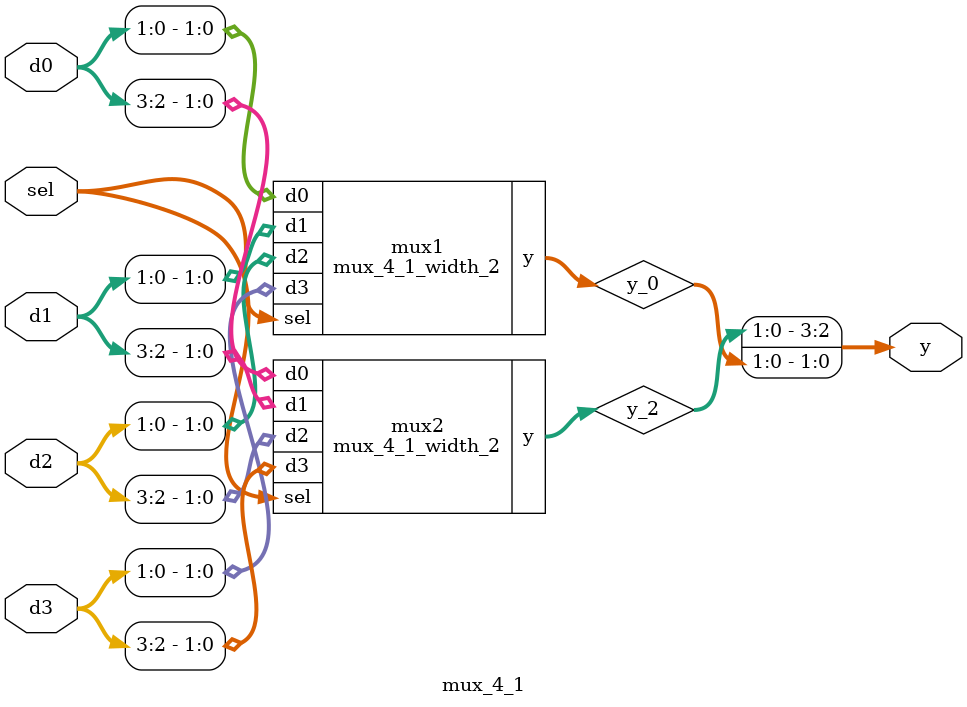
<source format=sv>

module mux_4_1_width_2
(
  input  [1:0] d0, d1, d2, d3,
  input  [1:0] sel,
  output [1:0] y
);

  assign y = sel [1] ? (sel [0] ? d3 : d2)
                     : (sel [0] ? d1 : d0);

endmodule

//----------------------------------------------------------------------------
// Task
//----------------------------------------------------------------------------

module mux_4_1
(
  input  [3:0] d0, d1, d2, d3,
  input  [1:0] sel,
  output [3:0] y
);

  // Task:
  // Implement mux_4_1 with 4-bit data
  // using two instances of mux_4_1_width_2 with 2-bit data

  wire [1:0] y_0;
  wire [1:0] y_2;

  mux_4_1_width_2 mux1 (.d0(d0[1:0]), .d1(d1[1:0]), .d2(d2[1:0]), .d3(d3[1:0]), .sel(sel), .y(y_0));
  mux_4_1_width_2 mux2 (.d0(d0[3:2]), .d1(d1[3:2]), .d2(d2[3:2]), .d3(d3[3:2]), .sel(sel), .y(y_2));
 
  assign y = {y_2, y_0};
  
  
  
endmodule

</source>
